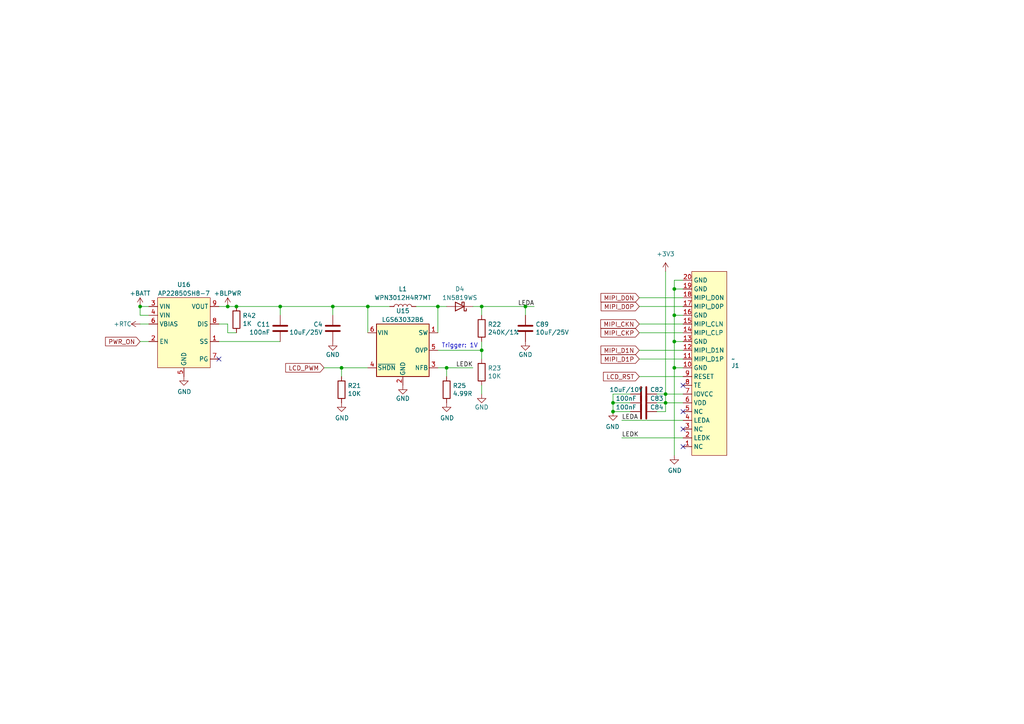
<source format=kicad_sch>
(kicad_sch (version 20231120) (generator "eeschema") (generator_version "8.0")
  (paper "A4")
  (title_block (title "LCD Power Supply and Connector") (date "2024-10-05") (rev "R0.12") (company "Copyright 2024 Anhang Li, Wenting Zhang") (comment 2 "MERCHANTABILITY, SATISFACTORY QUALITY AND FITNESS FOR A PARTICULAR PURPOSE.") (comment 3 "This source is distributed WITHOUT ANY EXPRESS OR IMPLIED WARRANTY, INCLUDING OF") (comment 4 "This source describes Open Hardware and is licensed under the CERN-OHL-P v2."))
  (lib_symbols
    (symbol "Device:C" (pin_numbers hide) (pin_names (offset 0.254))
      (property "Reference" "C" (at 0.635 2.54 0))
      (property "Value" "C" (at 0.635 -2.54 0))
      (symbol "C_0_1"
        (polyline (pts (xy -2.032 -0.762) (xy 2.032 -0.762)) (stroke (width 0.508)))
        (polyline (pts (xy -2.032 0.762) (xy 2.032 0.762)) (stroke (width 0.508)))
      )
      (symbol "C_1_1"
        (pin passive line (at 0 3.81 270) (length 2.794) (name "~") (number "1"))
        (pin passive line (at 0 -3.81 90) (length 2.794) (name "~") (number "2"))
      )
    )
    (symbol "Device:L" (pin_numbers hide) (pin_names (offset 1.016) hide)
      (property "Reference" "L" (at -1.27 0 90))
      (property "Value" "L" (at 1.905 0 90))
      (symbol "L_0_1"
        (arc (start 0 -2.54) (mid 0.6323 -1.905) (end 0 -1.27))
        (arc (start 0 -1.27) (mid 0.6323 -0.635) (end 0 0))
        (arc (start 0 0) (mid 0.6323 0.635) (end 0 1.27))
        (arc (start 0 1.27) (mid 0.6323 1.905) (end 0 2.54))
      )
      (symbol "L_1_1"
        (pin passive line (at 0 3.81 270) (length 1.27) (name "1") (number "1"))
        (pin passive line (at 0 -3.81 90) (length 1.27) (name "2") (number "2"))
      )
    )
    (symbol "Device:R" (pin_numbers hide) (pin_names (offset 0))
      (property "Reference" "R" (at 2.032 0 90))
      (property "Value" "R" (at 0 0 90))
      (symbol "R_0_1"
        (rectangle (start -1.016 -2.54) (end 1.016 2.54) (stroke (width 0.254)))
      )
      (symbol "R_1_1"
        (pin passive line (at 0 3.81 270) (length 1.27) (name "~") (number "1"))
        (pin passive line (at 0 -3.81 90) (length 1.27) (name "~") (number "2"))
      )
    )
    (symbol "Diode:MBR0530" (pin_numbers hide) (pin_names (offset 1.016) hide)
      (property "Reference" "D" (at 0 2.54 0))
      (property "Value" "MBR0530" (at 0 -2.54 0))
      (symbol "MBR0530_0_1"
        (polyline (pts (xy 1.27 0) (xy -1.27 0)))
        (polyline (pts (xy 1.27 1.27) (xy 1.27 -1.27) (xy -1.27 0) (xy 1.27 1.27)) (stroke (width 0.254)))
        (polyline (pts (xy -1.905 0.635) (xy -1.905 1.27) (xy -1.27 1.27) (xy -1.27 -1.27) (xy -0.635 -1.27) (xy -0.635 -0.635)) (stroke (width 0.254)))
      )
      (symbol "MBR0530_1_1"
        (pin passive line (at -3.81 0 0) (length 2.54) (name "K") (number "1"))
        (pin passive line (at 3.81 0 180) (length 2.54) (name "A") (number "2"))
      )
    )
    (symbol "power:+3V3" (power) (pin_names (offset 0))
      (property "Value" "+3V3" (at 0 3.556 0))
      (symbol "+3V3_0_1"
        (polyline (pts (xy -0.762 1.27) (xy 0 2.54)))
        (polyline (pts (xy 0 0) (xy 0 2.54)))
        (polyline (pts (xy 0 2.54) (xy 0.762 1.27)))
      )
      (symbol "+3V3_1_1"
        (pin power_in line (at 0 0 90) (length 0) hide (name "+3V3") (number "1"))
      )
    )
    (symbol "power:GND" (power) (pin_names (offset 0))
      (property "Value" "GND" (at 0 -3.81 0))
      (symbol "GND_0_1"
        (polyline (pts (xy 0 0) (xy 0 -1.27) (xy 1.27 -1.27) (xy 0 -2.54) (xy -1.27 -1.27) (xy 0 -1.27)))
      )
      (symbol "GND_1_1"
        (pin power_in line (at 0 0 270) (length 0) hide (name "GND") (number "1"))
      )
    )
    (symbol "symbols:+RTC" (power) (pin_names (offset 0))
      (property "Value" "+RTC" (at 0 3.556 0))
      (symbol "+RTC_0_1"
        (polyline (pts (xy -0.762 1.27) (xy 0 2.54)))
        (polyline (pts (xy 0 0) (xy 0 2.54)))
        (polyline (pts (xy 0 2.54) (xy 0.762 1.27)))
      )
      (symbol "+RTC_1_1"
        (pin power_in line (at 0 0 90) (length 0) hide (name "+RTC") (number "1"))
      )
    )
    (symbol "symbols:AP22850"
      (property "Reference" "U" (at 0 7.62 0))
      (property "Value" "AP22850SH8-7" (at 0 5.08 0))
      (symbol "AP22850_1_1"
        (rectangle (start -7.62 2.54) (end 7.62 -17.78) (fill (type background)))
        (pin input line (at 10.16 -10.16 180) (length 2.54) (name "SS") (number "1"))
        (pin input line (at -10.16 -10.16 0) (length 2.54) (name "EN") (number "2"))
        (pin power_in line (at -10.16 0 0) (length 2.54) (name "VIN") (number "3"))
        (pin power_in line (at -10.16 -2.54 0) (length 2.54) (name "VIN") (number "4"))
        (pin power_in line (at 0 -20.32 90) (length 2.54) (name "GND") (number "5"))
        (pin input line (at -10.16 -5.08 0) (length 2.54) (name "VBIAS") (number "6"))
        (pin output line (at 10.16 -15.24 180) (length 2.54) (name "PG") (number "7"))
        (pin power_in line (at 10.16 -5.08 180) (length 2.54) (name "DIS") (number "8"))
        (pin power_out line (at 10.16 0 180) (length 2.54) (name "VOUT") (number "9"))
      )
    )
    (symbol "symbols:KD034WXFID001"
      (property "Reference" "J" (at 2.54 2.54 0))
      (symbol "KD034WXFID001_1_1"
        (rectangle (start 0 0) (end 10.16 -53.34) (fill (type background)))
        (pin input line (at -2.54 -2.54 0) (length 2.54) (name "NC") (number "1"))
        (pin input line (at -2.54 -25.4 0) (length 2.54) (name "GND") (number "10"))
        (pin input line (at -2.54 -27.94 0) (length 2.54) (name "MIPI_D1P") (number "11"))
        (pin input line (at -2.54 -30.48 0) (length 2.54) (name "MIPI_D1N") (number "12"))
        (pin input line (at -2.54 -33.02 0) (length 2.54) (name "GND") (number "13"))
        (pin input line (at -2.54 -35.56 0) (length 2.54) (name "MIPI_CLP") (number "14"))
        (pin input line (at -2.54 -38.1 0) (length 2.54) (name "MIPI_CLN") (number "15"))
        (pin input line (at -2.54 -40.64 0) (length 2.54) (name "GND") (number "16"))
        (pin input line (at -2.54 -43.18 0) (length 2.54) (name "MIPI_D0P") (number "17"))
        (pin input line (at -2.54 -45.72 0) (length 2.54) (name "MIPI_D0N") (number "18"))
        (pin input line (at -2.54 -48.26 0) (length 2.54) (name "GND") (number "19"))
        (pin input line (at -2.54 -5.08 0) (length 2.54) (name "LEDK") (number "2"))
        (pin input line (at -2.54 -50.8 0) (length 2.54) (name "GND") (number "20"))
        (pin input line (at -2.54 -7.62 0) (length 2.54) (name "NC") (number "3"))
        (pin input line (at -2.54 -10.16 0) (length 2.54) (name "LEDA") (number "4"))
        (pin input line (at -2.54 -12.7 0) (length 2.54) (name "NC") (number "5"))
        (pin input line (at -2.54 -15.24 0) (length 2.54) (name "VDD") (number "6"))
        (pin input line (at -2.54 -17.78 0) (length 2.54) (name "IOVCC") (number "7"))
        (pin input line (at -2.54 -20.32 0) (length 2.54) (name "TE") (number "8"))
        (pin input line (at -2.54 -22.86 0) (length 2.54) (name "RESET") (number "9"))
      )
    )
    (symbol "symbols:LGS63032B6" (pin_names (offset 0.254))
      (property "Reference" "U" (at -6.35 6.35 0))
      (property "Value" "LGS63032B6" (at 1.27 6.35 0))
      (symbol "LGS63032B6_0_1"
        (rectangle (start -7.62 5.08) (end 7.62 -10.16) (stroke (width 0.254)) (fill (type background)))
      )
      (symbol "LGS63032B6_1_1"
        (pin output line (at 10.16 2.54 180) (length 2.54) (name "SW") (number "1"))
        (pin power_in line (at 0 -12.7 90) (length 2.54) (name "GND") (number "2"))
        (pin input line (at 10.16 -7.62 180) (length 2.54) (name "NFB") (number "3"))
        (pin input line (at -10.16 -7.62 0) (length 2.54) (name "~{SHDN}") (number "4"))
        (pin input line (at 10.16 -2.54 180) (length 2.54) (name "OVP") (number "5"))
        (pin power_in line (at -10.16 2.54 0) (length 2.54) (name "VIN") (number "6"))
      )
    )
  )
  (junction (at 68.58 88.9))
  (junction (at 139.7 101.6))
  (junction (at 195.58 99.06))
  (junction (at 66.04 88.9))
  (junction (at 139.7 88.9))
  (junction (at 152.4 88.9))
  (junction (at 127 88.9))
  (junction (at 99.06 106.68) (diameter 0.9144))
  (junction (at 193.04 116.84))
  (junction (at 96.52 88.9))
  (junction (at 177.8 116.84))
  (junction (at 129.54 106.68) (diameter 0.9144))
  (junction (at 195.58 83.82))
  (junction (at 40.64 88.9))
  (junction (at 177.8 119.38))
  (junction (at 193.04 114.3))
  (junction (at 195.58 106.68))
  (junction (at 81.28 88.9))
  (junction (at 106.68 88.9) (diameter 0.9144))
  (junction (at 195.58 91.44))
  (no_connect (at 198.12 111.76))
  (no_connect (at 198.12 129.54))
  (no_connect (at 63.5 104.14))
  (no_connect (at 198.12 119.38))
  (no_connect (at 198.12 124.46))
  (wire (pts (xy 198.12 81.28) (xy 195.58 81.28)))
  (wire (pts (xy 195.58 99.06) (xy 198.12 99.06)))
  (wire (pts (xy 195.58 83.82) (xy 198.12 83.82)))
  (wire (pts (xy 106.68 88.9) (xy 106.68 96.52)))
  (wire (pts (xy 129.54 106.68) (xy 127 106.68)))
  (wire (pts (xy 96.52 91.44) (xy 96.52 88.9)))
  (wire (pts (xy 63.5 88.9) (xy 66.04 88.9)))
  (wire (pts (xy 152.4 88.9) (xy 154.94 88.9)))
  (wire (pts (xy 185.42 88.9) (xy 198.12 88.9)))
  (wire (pts (xy 99.06 106.68) (xy 93.98 106.68)))
  (wire (pts (xy 180.34 121.92) (xy 198.12 121.92)))
  (wire (pts (xy 185.42 93.98) (xy 198.12 93.98)))
  (wire (pts (xy 106.68 88.9) (xy 113.03 88.9)))
  (wire (pts (xy 195.58 83.82) (xy 195.58 91.44)))
  (wire (pts (xy 137.16 88.9) (xy 139.7 88.9)))
  (wire (pts (xy 106.68 106.68) (xy 99.06 106.68)))
  (wire (pts (xy 63.5 99.06) (xy 81.28 99.06)))
  (wire (pts (xy 81.28 88.9) (xy 96.52 88.9)))
  (wire (pts (xy 139.7 88.9) (xy 139.7 91.44)))
  (wire (pts (xy 127 101.6) (xy 139.7 101.6)))
  (wire (pts (xy 66.04 93.98) (xy 63.5 93.98)))
  (wire (pts (xy 185.42 101.6) (xy 198.12 101.6)))
  (wire (pts (xy 195.58 99.06) (xy 195.58 106.68)))
  (wire (pts (xy 139.7 88.9) (xy 152.4 88.9)))
  (wire (pts (xy 40.64 91.44) (xy 40.64 88.9)))
  (wire (pts (xy 190.5 116.84) (xy 193.04 116.84)))
  (wire (pts (xy 43.18 91.44) (xy 40.64 91.44)))
  (wire (pts (xy 185.42 96.52) (xy 198.12 96.52)))
  (wire (pts (xy 193.04 114.3) (xy 193.04 116.84)))
  (wire (pts (xy 139.7 101.6) (xy 139.7 99.06)))
  (wire (pts (xy 129.54 109.22) (xy 129.54 106.68)))
  (wire (pts (xy 66.04 96.52) (xy 66.04 93.98)))
  (wire (pts (xy 195.58 106.68) (xy 195.58 132.08)))
  (wire (pts (xy 185.42 104.14) (xy 198.12 104.14)))
  (wire (pts (xy 68.58 96.52) (xy 66.04 96.52)))
  (wire (pts (xy 190.5 114.3) (xy 193.04 114.3)))
  (wire (pts (xy 182.88 116.84) (xy 177.8 116.84)))
  (wire (pts (xy 66.04 88.9) (xy 68.58 88.9)))
  (wire (pts (xy 81.28 88.9) (xy 81.28 91.44)))
  (wire (pts (xy 177.8 119.38) (xy 182.88 119.38)))
  (wire (pts (xy 96.52 88.9) (xy 106.68 88.9)))
  (wire (pts (xy 177.8 114.3) (xy 177.8 116.84)))
  (wire (pts (xy 193.04 116.84) (xy 193.04 119.38)))
  (wire (pts (xy 152.4 91.44) (xy 152.4 88.9)))
  (wire (pts (xy 193.04 114.3) (xy 198.12 114.3)))
  (wire (pts (xy 68.58 88.9) (xy 81.28 88.9)))
  (wire (pts (xy 180.34 127) (xy 198.12 127)))
  (wire (pts (xy 40.64 93.98) (xy 43.18 93.98)))
  (wire (pts (xy 139.7 111.76) (xy 139.7 114.3)))
  (wire (pts (xy 139.7 101.6) (xy 139.7 104.14)))
  (wire (pts (xy 129.54 106.68) (xy 137.16 106.68)))
  (wire (pts (xy 195.58 91.44) (xy 195.58 99.06)))
  (wire (pts (xy 127 88.9) (xy 127 96.52)))
  (wire (pts (xy 185.42 86.36) (xy 198.12 86.36)))
  (wire (pts (xy 120.65 88.9) (xy 127 88.9)))
  (wire (pts (xy 193.04 116.84) (xy 198.12 116.84)))
  (wire (pts (xy 177.8 116.84) (xy 177.8 119.38)))
  (wire (pts (xy 190.5 119.38) (xy 193.04 119.38)))
  (wire (pts (xy 195.58 106.68) (xy 198.12 106.68)))
  (wire (pts (xy 185.42 109.22) (xy 198.12 109.22)))
  (wire (pts (xy 40.64 99.06) (xy 43.18 99.06)))
  (wire (pts (xy 195.58 81.28) (xy 195.58 83.82)))
  (wire (pts (xy 127 88.9) (xy 129.54 88.9)))
  (wire (pts (xy 182.88 114.3) (xy 177.8 114.3)))
  (wire (pts (xy 40.64 88.9) (xy 43.18 88.9)))
  (wire (pts (xy 195.58 91.44) (xy 198.12 91.44)))
  (wire (pts (xy 193.04 78.74) (xy 193.04 114.3)))
  (wire (pts (xy 99.06 109.22) (xy 99.06 106.68)))
  (text "Trigger: 1V" (at 133.35 100.33 0) (effects (font (size 1.27 1.27))))
  (label "LEDA" (at 154.94 88.9 180))
  (label "LEDK" (at 180.34 127 0))
  (label "LEDK" (at 137.16 106.68 180))
  (label "LEDA" (at 180.34 121.92 0))
  (global_label "MIPI_CKN" (shape input) (at 185.42 93.98 180) (property "Intersheetrefs" "${INTERSHEET_REFS}" (effects (hide yes))))
  (global_label "LCD_RST" (shape input) (at 185.42 109.22 180) (property "Intersheetrefs" "${INTERSHEET_REFS}" (effects (hide yes))))
  (global_label "MIPI_D1N" (shape input) (at 185.42 101.6 180) (property "Intersheetrefs" "${INTERSHEET_REFS}" (effects (hide yes))))
  (global_label "MIPI_D0N" (shape input) (at 185.42 86.36 180) (property "Intersheetrefs" "${INTERSHEET_REFS}" (effects (hide yes))))
  (global_label "PWR_ON" (shape input) (at 40.64 99.06 180) (property "Intersheetrefs" "${INTERSHEET_REFS}" (effects (hide yes))))
  (global_label "MIPI_D0P" (shape input) (at 185.42 88.9 180) (property "Intersheetrefs" "${INTERSHEET_REFS}" (effects (hide yes))))
  (global_label "MIPI_CKP" (shape input) (at 185.42 96.52 180) (property "Intersheetrefs" "${INTERSHEET_REFS}" (effects (hide yes))))
  (global_label "LCD_PWM" (shape input) (at 93.98 106.68 180) (property "Intersheetrefs" "${INTERSHEET_REFS}" (effects (hide yes))))
  (global_label "MIPI_D1P" (shape input) (at 185.42 104.14 180) (property "Intersheetrefs" "${INTERSHEET_REFS}" (effects (hide yes))))
  (symbol (lib_id "Device:R") (at 129.54 113.03 0) (unit 1)
    (property "Reference" "R25" (at 131.318 111.8616 0) (effects (justify left)))
    (property "Value" "4.99R" (at 131.318 114.173 0) (effects (justify left)))
    (property "Footprint" "Resistor_SMD:R_0402_1005Metric" (effects (hide yes)))
  )
  (symbol (lib_id "power:GND") (at 129.54 116.84 0) (unit 1)
    (property "Reference" "#PWR083" (effects (hide yes)))
    (property "Value" "GND" (at 129.667 121.2342 0))
  )
  (symbol (lib_id "power:GND") (at 139.7 114.3 0) (unit 1)
    (property "Reference" "#PWR046" (effects (hide yes)))
    (property "Value" "GND" (at 139.7 118.11 0))
  )
  (symbol (lib_id "Device:R") (at 139.7 95.25 0) (unit 1)
    (property "Reference" "R22" (at 141.478 94.0816 0) (effects (justify left)))
    (property "Value" "240K/1%" (at 141.478 96.393 0) (effects (justify left)))
    (property "Footprint" "Resistor_SMD:R_0402_1005Metric" (effects (hide yes)))
  )
  (symbol (lib_id "power:GND") (at 116.84 111.76 0) (unit 1)
    (property "Reference" "#PWR080" (effects (hide yes)))
    (property "Value" "GND" (at 116.84 115.57 0))
  )
  (symbol (lib_id "power:+3V3") (at 193.04 78.74 0) (unit 1)
    (property "Reference" "#PWR073" (effects (hide yes)))
    (property "Value" "+3V3" (at 193.04 73.66 0))
  )
  (symbol (lib_id "Device:C") (at 81.28 95.25 0) (mirror x) (unit 1)
    (property "Reference" "C11" (at 78.359 94.0816 0) (effects (justify right)))
    (property "Value" "100nF" (at 78.359 96.393 0) (effects (justify right)))
    (property "Footprint" "Capacitor_SMD:C_0402_1005Metric" (effects (hide yes)))
  )
  (symbol (lib_id "symbols:LGS63032B6") (at 116.84 99.06 0) (unit 1)
    (property "Reference" "U15" (at 116.84 90.17 0))
    (property "Value" "LGS63032B6" (at 116.84 92.71 0))
    (property "Footprint" "Package_TO_SOT_SMD:SOT-23-6" (effects (hide yes)))
  )
  (symbol (lib_id "Device:C") (at 96.52 95.25 0) (mirror x) (unit 1)
    (property "Reference" "C4" (at 93.599 94.0816 0) (effects (justify right)))
    (property "Value" "10uF/25V" (at 93.599 96.393 0) (effects (justify right)))
    (property "Footprint" "Capacitor_SMD:C_0805_2012Metric" (effects (hide yes)))
  )
  (symbol (lib_id "power:GND") (at 195.58 132.08 0) (unit 1)
    (property "Reference" "#PWR0208" (effects (hide yes)))
    (property "Value" "GND" (at 195.707 136.4742 0))
  )
  (symbol (lib_id "power:+3V3") (at 40.64 88.9 0) (unit 1)
    (property "Reference" "#PWR072" (effects (hide yes)))
    (property "Value" "+BATT" (at 40.64 85.09 0))
  )
  (symbol (lib_id "power:GND") (at 99.06 116.84 0) (unit 1)
    (property "Reference" "#PWR079" (effects (hide yes)))
    (property "Value" "GND" (at 99.187 121.2342 0))
  )
  (symbol (lib_id "Device:R") (at 99.06 113.03 0) (unit 1)
    (property "Reference" "R21" (at 100.838 111.8616 0) (effects (justify left)))
    (property "Value" "10K" (at 100.838 114.173 0) (effects (justify left)))
    (property "Footprint" "Resistor_SMD:R_0402_1005Metric" (effects (hide yes)))
  )
  (symbol (lib_id "Device:C") (at 152.4 95.25 180) (unit 1)
    (property "Reference" "C89" (at 155.321 94.0816 0) (effects (justify right)))
    (property "Value" "10uF/25V" (at 155.321 96.393 0) (effects (justify right)))
    (property "Footprint" "Capacitor_SMD:C_0805_2012Metric" (effects (hide yes)))
  )
  (symbol (lib_id "power:GND") (at 152.4 99.06 0) (unit 1)
    (property "Reference" "#PWR082" (effects (hide yes)))
    (property "Value" "GND" (at 152.4 102.87 0))
  )
  (symbol (lib_id "Device:C") (at 186.69 119.38 270) (mirror x) (unit 1)
    (property "Reference" "C84" (at 190.5 118.11 90))
    (property "Value" "100nF" (at 181.61 118.11 90))
    (property "Footprint" "Capacitor_SMD:C_0402_1005Metric" (effects (hide yes)))
  )
  (symbol (lib_id "symbols:+RTC") (at 40.64 93.98 90) (unit 1)
    (property "Reference" "#PWR048" (effects (hide yes)))
    (property "Value" "+RTC" (at 35.56 93.98 90))
  )
  (symbol (lib_id "Device:C") (at 186.69 114.3 90) (mirror x) (unit 1)
    (property "Reference" "C82" (at 190.5 113.03 90))
    (property "Value" "10uF/10V" (at 181.61 113.03 90))
    (property "Footprint" "Capacitor_SMD:C_0603_1608Metric" (effects (hide yes)))
  )
  (symbol (lib_id "power:+3V3") (at 66.04 88.9 0) (unit 1)
    (property "Reference" "#PWR049" (effects (hide yes)))
    (property "Value" "+BLPWR" (at 66.04 85.09 0))
  )
  (symbol (lib_id "symbols:KD034WXFID001") (at 200.66 132.08 0) (mirror x) (unit 1)
    (property "Reference" "J1" (at 212.09 106.0451 0) (effects (justify left)))
    (property "Value" "~" (at 212.09 104.14 0) (effects (justify left)))
    (property "Footprint" "footprints:Hirose_FH12-20S-0.5SH_1x20-1MP_P0.50mm_Horizontal_Reversed" (effects (hide yes)))
  )
  (symbol (lib_id "power:GND") (at 96.52 99.06 0) (mirror y) (unit 1)
    (property "Reference" "#PWR077" (effects (hide yes)))
    (property "Value" "GND" (at 96.52 102.87 0))
  )
  (symbol (lib_id "Device:R") (at 139.7 107.95 0) (unit 1)
    (property "Reference" "R23" (at 141.478 106.7816 0) (effects (justify left)))
    (property "Value" "10K" (at 141.478 109.093 0) (effects (justify left)))
    (property "Footprint" "Resistor_SMD:R_0402_1005Metric" (effects (hide yes)))
  )
  (symbol (lib_id "power:GND") (at 53.34 109.22 0) (unit 1)
    (property "Reference" "#PWR051" (effects (hide yes)))
    (property "Value" "GND" (at 53.467 113.6142 0))
  )
  (symbol (lib_id "symbols:AP22850") (at 53.34 88.9 0) (unit 1)
    (property "Reference" "U16" (at 53.34 82.55 0))
    (property "Value" "AP22850SH8-7" (at 53.34 85.09 0))
    (property "Footprint" "Package_DFN_QFN:DFN-8-1EP_2x2mm_P0.5mm_EP0.9x1.6mm" (effects (hide yes)))
  )
  (symbol (lib_id "Device:C") (at 186.69 116.84 270) (mirror x) (unit 1)
    (property "Reference" "C83" (at 190.5 115.57 90))
    (property "Value" "100nF" (at 181.61 115.57 90))
    (property "Footprint" "Capacitor_SMD:C_0402_1005Metric" (effects (hide yes)))
  )
  (symbol (lib_id "Diode:MBR0530") (at 133.35 88.9 180) (unit 1)
    (property "Reference" "D4" (at 133.35 83.82 0))
    (property "Value" "1N5819WS" (at 133.35 86.36 0))
    (property "Footprint" "Diode_SMD:D_SOD-323" (effects (hide yes)))
  )
  (symbol (lib_id "power:GND") (at 177.8 119.38 0) (mirror y) (unit 1)
    (property "Reference" "#PWR071" (effects (hide yes)))
    (property "Value" "GND" (at 177.673 123.7742 0))
  )
  (symbol (lib_id "Device:R") (at 68.58 92.71 0) (unit 1)
    (property "Reference" "R42" (at 70.358 91.5416 0) (effects (justify left)))
    (property "Value" "1K" (at 70.358 93.853 0) (effects (justify left)))
    (property "Footprint" "Resistor_SMD:R_0402_1005Metric" (effects (hide yes)))
  )
  (symbol (lib_id "Device:L") (at 116.84 88.9 90) (unit 1)
    (property "Reference" "L1" (at 116.84 83.82 90))
    (property "Value" "WPN3012H4R7MT" (at 116.84 86.36 90))
    (property "Footprint" "Inductor_SMD:L_Changjiang_FNR3012S" (effects (hide yes)))
  )
)
</source>
